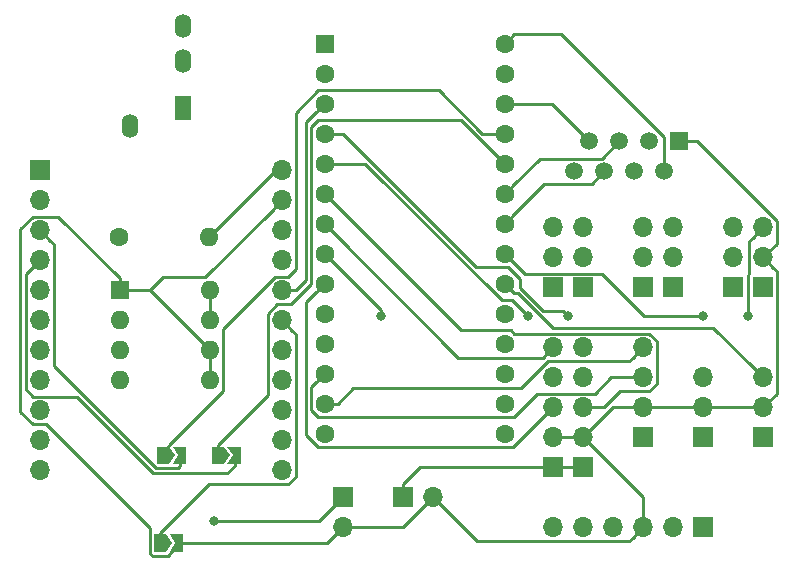
<source format=gbr>
G04 #@! TF.GenerationSoftware,KiCad,Pcbnew,(5.1.2)-2*
G04 #@! TF.CreationDate,2019-11-02T18:55:06-05:00*
G04 #@! TF.ProjectId,ControlBoardT4,436f6e74-726f-46c4-926f-61726454342e,rev?*
G04 #@! TF.SameCoordinates,Original*
G04 #@! TF.FileFunction,Copper,L1,Top*
G04 #@! TF.FilePolarity,Positive*
%FSLAX46Y46*%
G04 Gerber Fmt 4.6, Leading zero omitted, Abs format (unit mm)*
G04 Created by KiCad (PCBNEW (5.1.2)-2) date 2019-11-02 18:55:06*
%MOMM*%
%LPD*%
G04 APERTURE LIST*
%ADD10O,1.700000X1.700000*%
%ADD11R,1.700000X1.700000*%
%ADD12O,1.400000X2.000000*%
%ADD13R,1.400000X2.000000*%
%ADD14C,0.300000*%
%ADD15C,0.100000*%
%ADD16C,1.600000*%
%ADD17R,1.600000X1.600000*%
%ADD18R,1.500000X1.500000*%
%ADD19C,1.500000*%
%ADD20O,1.600000X1.600000*%
%ADD21C,0.800000*%
%ADD22C,0.250000*%
G04 APERTURE END LIST*
D10*
X131688500Y-111760000D03*
X111188500Y-111760000D03*
X131688500Y-109220000D03*
X111188500Y-109220000D03*
X131688500Y-106680000D03*
X111188500Y-106680000D03*
X131688500Y-104140000D03*
X111188500Y-104140000D03*
X131688500Y-101600000D03*
X111188500Y-101600000D03*
X131688500Y-99060000D03*
X111188500Y-99060000D03*
X131688500Y-96520000D03*
X111188500Y-96520000D03*
X131688500Y-93980000D03*
X111188500Y-93980000D03*
X131688500Y-91440000D03*
X111188500Y-91440000D03*
X131688500Y-88900000D03*
X111188500Y-88900000D03*
X131688500Y-86360000D03*
D11*
X111188500Y-86360000D03*
D12*
X118808500Y-82589500D03*
D13*
X123308500Y-81089500D03*
D12*
X123308500Y-77089500D03*
X123308500Y-74089500D03*
D10*
X172402500Y-103886000D03*
X172402500Y-106426000D03*
D11*
X172402500Y-108966000D03*
D14*
X121385500Y-117919500D03*
D15*
G36*
X122385500Y-117919500D02*
G01*
X121885500Y-118669500D01*
X120885500Y-118669500D01*
X120885500Y-117169500D01*
X121885500Y-117169500D01*
X122385500Y-117919500D01*
X122385500Y-117919500D01*
G37*
D14*
X122835500Y-117919500D03*
D15*
G36*
X123335500Y-118669500D02*
G01*
X122185500Y-118669500D01*
X122685500Y-117919500D01*
X122185500Y-117169500D01*
X123335500Y-117169500D01*
X123335500Y-118669500D01*
X123335500Y-118669500D01*
G37*
D14*
X126275000Y-110490000D03*
D15*
G36*
X127275000Y-110490000D02*
G01*
X126775000Y-111240000D01*
X125775000Y-111240000D01*
X125775000Y-109740000D01*
X126775000Y-109740000D01*
X127275000Y-110490000D01*
X127275000Y-110490000D01*
G37*
D14*
X127725000Y-110490000D03*
D15*
G36*
X128225000Y-111240000D02*
G01*
X127075000Y-111240000D01*
X127575000Y-110490000D01*
X127075000Y-109740000D01*
X128225000Y-109740000D01*
X128225000Y-111240000D01*
X128225000Y-111240000D01*
G37*
D14*
X121639500Y-110490000D03*
D15*
G36*
X122639500Y-110490000D02*
G01*
X122139500Y-111240000D01*
X121139500Y-111240000D01*
X121139500Y-109740000D01*
X122139500Y-109740000D01*
X122639500Y-110490000D01*
X122639500Y-110490000D01*
G37*
D14*
X123089500Y-110490000D03*
D15*
G36*
X123589500Y-111240000D02*
G01*
X122439500Y-111240000D01*
X122939500Y-110490000D01*
X122439500Y-109740000D01*
X123589500Y-109740000D01*
X123589500Y-111240000D01*
X123589500Y-111240000D01*
G37*
D16*
X135318500Y-108648500D03*
X135318500Y-106108500D03*
X135318500Y-103568500D03*
X135318500Y-101028500D03*
X135318500Y-98488500D03*
X135318500Y-95948500D03*
X135318500Y-93408500D03*
X135318500Y-90868500D03*
X135318500Y-88328500D03*
X135318500Y-85788500D03*
X135318500Y-83248500D03*
X135318500Y-80708500D03*
X135318500Y-78168500D03*
D17*
X135318500Y-75628500D03*
D16*
X150558500Y-108648500D03*
X150558500Y-106108500D03*
X150558500Y-103568500D03*
X150558500Y-101028500D03*
X150558500Y-98488500D03*
X150558500Y-95948500D03*
X150558500Y-93408500D03*
X150558500Y-90868500D03*
X150558500Y-88328500D03*
X150558500Y-85788500D03*
X150558500Y-83248500D03*
X150558500Y-80708500D03*
X150558500Y-78168500D03*
X150558500Y-75628500D03*
D11*
X167322500Y-116586000D03*
D10*
X164782500Y-116586000D03*
X162242500Y-116586000D03*
X159702500Y-116586000D03*
X157162500Y-116586000D03*
X154622500Y-116586000D03*
D11*
X141922500Y-114046000D03*
D10*
X144462500Y-114046000D03*
X162242500Y-91186000D03*
X164782500Y-91186000D03*
X162242500Y-93726000D03*
X164782500Y-93726000D03*
D11*
X164782500Y-96266000D03*
X162242500Y-96266000D03*
X157162500Y-96266000D03*
D10*
X157162500Y-93726000D03*
X154622500Y-93726000D03*
X157162500Y-91186000D03*
X154622500Y-91186000D03*
D11*
X154622500Y-96266000D03*
X157162500Y-111506000D03*
D10*
X157162500Y-108966000D03*
X154622500Y-108966000D03*
X157162500Y-106426000D03*
X154622500Y-106426000D03*
X157162500Y-103886000D03*
X154622500Y-103886000D03*
X157162500Y-101346000D03*
X154622500Y-101346000D03*
D11*
X154622500Y-111506000D03*
X172402500Y-96266000D03*
D10*
X172402500Y-93726000D03*
X169862500Y-93726000D03*
X172402500Y-91186000D03*
X169862500Y-91186000D03*
D11*
X169862500Y-96266000D03*
X162242500Y-108966000D03*
D10*
X162242500Y-106426000D03*
X162242500Y-103886000D03*
X162242500Y-101346000D03*
D11*
X167322500Y-108966000D03*
D10*
X167322500Y-106426000D03*
X167322500Y-103886000D03*
D18*
X165354000Y-83883500D03*
D19*
X164084000Y-86423500D03*
X162814000Y-83883500D03*
X161544000Y-86423500D03*
X160274000Y-83883500D03*
X159004000Y-86423500D03*
X157734000Y-83883500D03*
X156464000Y-86423500D03*
D11*
X136842500Y-114046000D03*
D10*
X136842500Y-116586000D03*
D17*
X117983000Y-96520000D03*
D20*
X125603000Y-104140000D03*
X117983000Y-99060000D03*
X125603000Y-101600000D03*
X117983000Y-101600000D03*
X125603000Y-99060000D03*
X117983000Y-104140000D03*
X125603000Y-96520000D03*
D16*
X117919500Y-92011500D03*
D20*
X125539500Y-92011500D03*
D21*
X167322500Y-98679000D03*
X171196000Y-98679000D03*
X152527000Y-98679000D03*
X140081000Y-98679000D03*
X155892500Y-98679000D03*
X125920500Y-116078000D03*
D22*
X134518501Y-104368499D02*
X135318500Y-103568500D01*
X134193499Y-104693501D02*
X134518501Y-104368499D01*
X134193499Y-106648501D02*
X134193499Y-104693501D01*
X134778499Y-107233501D02*
X134193499Y-106648501D01*
X153321001Y-105250999D02*
X151338499Y-107233501D01*
X158210501Y-105250999D02*
X153321001Y-105250999D01*
X159575500Y-103886000D02*
X158210501Y-105250999D01*
X151338499Y-107233501D02*
X134778499Y-107233501D01*
X162242500Y-103886000D02*
X159575500Y-103886000D01*
X161067499Y-102521001D02*
X161392501Y-102195999D01*
X154248497Y-102521001D02*
X161067499Y-102521001D01*
X151968509Y-104800989D02*
X154248497Y-102521001D01*
X137757381Y-104800989D02*
X151968509Y-104800989D01*
X136449870Y-106108500D02*
X137757381Y-104800989D01*
X161392501Y-102195999D02*
X162242500Y-101346000D01*
X135318500Y-106108500D02*
X136449870Y-106108500D01*
X166756815Y-98679000D02*
X167322500Y-98679000D01*
X162370498Y-98679000D02*
X166756815Y-98679000D01*
X158782497Y-95090999D02*
X162370498Y-98679000D01*
X152240999Y-95090999D02*
X158782497Y-95090999D01*
X150558500Y-93408500D02*
X152240999Y-95090999D01*
X171552501Y-103036001D02*
X172402500Y-103886000D01*
X168237489Y-99720989D02*
X171552501Y-103036001D01*
X154641991Y-99720989D02*
X168237489Y-99720989D01*
X151669501Y-96748499D02*
X154641991Y-99720989D01*
X151358499Y-96748499D02*
X151669501Y-96748499D01*
X150558500Y-95948500D02*
X151358499Y-96748499D01*
X151358499Y-87528501D02*
X150558500Y-88328500D01*
X153538501Y-85348499D02*
X151358499Y-87528501D01*
X158809001Y-85348499D02*
X153538501Y-85348499D01*
X160274000Y-83883500D02*
X158809001Y-85348499D01*
X151358499Y-90068501D02*
X150558500Y-90868500D01*
X153928499Y-87498501D02*
X151358499Y-90068501D01*
X157928999Y-87498501D02*
X153928499Y-87498501D01*
X159004000Y-86423500D02*
X157928999Y-87498501D01*
X171552501Y-92035999D02*
X172402500Y-91186000D01*
X171227499Y-92361001D02*
X171552501Y-92035999D01*
X171227499Y-95155999D02*
X171227499Y-92361001D01*
X171196000Y-95187498D02*
X171227499Y-95155999D01*
X171196000Y-98679000D02*
X171196000Y-95187498D01*
X146893499Y-99903499D02*
X136118499Y-89128499D01*
X151098501Y-99903499D02*
X146893499Y-99903499D01*
X136118499Y-89128499D02*
X135318500Y-88328500D01*
X151366001Y-100170999D02*
X151098501Y-99903499D01*
X162806501Y-100170999D02*
X151366001Y-100170999D01*
X163417501Y-100781999D02*
X162806501Y-100170999D01*
X162806501Y-105061001D02*
X163417501Y-104450001D01*
X160342508Y-105061001D02*
X162806501Y-105061001D01*
X163417501Y-104450001D02*
X163417501Y-100781999D01*
X158977509Y-106426000D02*
X160342508Y-105061001D01*
X157162500Y-106426000D02*
X158977509Y-106426000D01*
X134518501Y-96748499D02*
X135318500Y-95948500D01*
X133743489Y-97523511D02*
X134518501Y-96748499D01*
X133743489Y-108738491D02*
X133743489Y-97523511D01*
X134778499Y-109773501D02*
X133743489Y-108738491D01*
X151274999Y-109773501D02*
X134778499Y-109773501D01*
X154622500Y-106426000D02*
X151274999Y-109773501D01*
X152127001Y-98279001D02*
X152527000Y-98679000D01*
X151211499Y-97363499D02*
X152127001Y-98279001D01*
X150308497Y-97363499D02*
X151211499Y-97363499D01*
X138733498Y-85788500D02*
X150308497Y-97363499D01*
X135318500Y-85788500D02*
X138733498Y-85788500D01*
X135318500Y-93916500D02*
X135318500Y-93408500D01*
X140081000Y-98171000D02*
X140081000Y-98679000D01*
X135318500Y-93408500D02*
X140081000Y-98171000D01*
X136449870Y-83248500D02*
X135318500Y-83248500D01*
X150808503Y-94533501D02*
X148114909Y-94533501D01*
X136829908Y-83248500D02*
X136449870Y-83248500D01*
X151855901Y-95580899D02*
X150808503Y-94533501D01*
X151855901Y-96298489D02*
X151855901Y-95580899D01*
X153836413Y-98279001D02*
X151855901Y-96298489D01*
X155492501Y-98279001D02*
X153836413Y-98279001D01*
X148114909Y-94533501D02*
X136829908Y-83248500D01*
X155892500Y-98679000D02*
X155492501Y-98279001D01*
X136118499Y-91668499D02*
X135318500Y-90868500D01*
X146645999Y-102195999D02*
X136118499Y-91668499D01*
X153772501Y-102195999D02*
X146645999Y-102195999D01*
X154622500Y-101346000D02*
X153772501Y-102195999D01*
X164084000Y-85362840D02*
X164084000Y-86423500D01*
X164084000Y-83562498D02*
X164084000Y-85362840D01*
X155350003Y-74828501D02*
X164084000Y-83562498D01*
X151358499Y-74828501D02*
X155350003Y-74828501D01*
X150558500Y-75628500D02*
X151358499Y-74828501D01*
X153522500Y-111506000D02*
X154622500Y-111506000D01*
X143362500Y-111506000D02*
X153522500Y-111506000D01*
X141922500Y-112946000D02*
X143362500Y-111506000D01*
X141922500Y-114046000D02*
X141922500Y-112946000D01*
X155722500Y-111506000D02*
X157162500Y-111506000D01*
X154622500Y-111506000D02*
X155722500Y-111506000D01*
X125603000Y-97651370D02*
X125603000Y-99060000D01*
X125603000Y-96520000D02*
X125603000Y-97651370D01*
X131191000Y-86360000D02*
X131688500Y-86360000D01*
X125539500Y-92011500D02*
X131191000Y-86360000D01*
X141922500Y-116586000D02*
X144462500Y-114046000D01*
X136842500Y-116586000D02*
X141922500Y-116586000D01*
X161392501Y-117435999D02*
X162242500Y-116586000D01*
X161067499Y-117761001D02*
X161392501Y-117435999D01*
X148177501Y-117761001D02*
X161067499Y-117761001D01*
X144462500Y-114046000D02*
X148177501Y-117761001D01*
X162242500Y-114046000D02*
X157162500Y-108966000D01*
X162242500Y-116586000D02*
X162242500Y-114046000D01*
X154622500Y-108966000D02*
X157162500Y-108966000D01*
X159702500Y-106426000D02*
X162242500Y-106426000D01*
X157162500Y-108966000D02*
X159702500Y-106426000D01*
X163444581Y-106426000D02*
X172402500Y-106426000D01*
X162242500Y-106426000D02*
X163444581Y-106426000D01*
X173252499Y-94575999D02*
X172402500Y-93726000D01*
X173577501Y-94901001D02*
X173252499Y-94575999D01*
X173577501Y-105250999D02*
X173577501Y-94901001D01*
X172402500Y-106426000D02*
X173577501Y-105250999D01*
X166354000Y-83883500D02*
X165354000Y-83883500D01*
X166839002Y-83883500D02*
X166354000Y-83883500D01*
X173577501Y-90621999D02*
X166839002Y-83883500D01*
X173577501Y-92550999D02*
X173577501Y-90621999D01*
X172402500Y-93726000D02*
X173577501Y-92550999D01*
X135509000Y-117919500D02*
X136842500Y-116586000D01*
X122835500Y-117919500D02*
X135509000Y-117919500D01*
X117983000Y-95470000D02*
X117983000Y-96520000D01*
X112777999Y-90264999D02*
X117983000Y-95470000D01*
X109563489Y-91326009D02*
X110624499Y-90264999D01*
X110624499Y-90264999D02*
X112777999Y-90264999D01*
X110624499Y-107855001D02*
X109563489Y-106793991D01*
X109563489Y-106793991D02*
X109563489Y-91326009D01*
X111752501Y-107855001D02*
X110624499Y-107855001D01*
X120560490Y-116662990D02*
X111752501Y-107855001D01*
X120560490Y-118804126D02*
X120560490Y-116662990D01*
X122020126Y-118994510D02*
X120750874Y-118994510D01*
X122835500Y-118179136D02*
X122020126Y-118994510D01*
X120750874Y-118994510D02*
X120560490Y-118804126D01*
X122835500Y-117919500D02*
X122835500Y-118179136D01*
X120523000Y-96520000D02*
X125603000Y-101600000D01*
X117983000Y-96520000D02*
X120523000Y-96520000D01*
X125603000Y-102731370D02*
X125603000Y-104140000D01*
X125603000Y-101600000D02*
X125603000Y-102731370D01*
X130838501Y-89749999D02*
X131688500Y-88900000D01*
X125193501Y-95394999D02*
X130838501Y-89749999D01*
X121648001Y-95394999D02*
X125193501Y-95394999D01*
X120523000Y-96520000D02*
X121648001Y-95394999D01*
X154559000Y-80708500D02*
X157734000Y-83883500D01*
X150558500Y-80708500D02*
X154559000Y-80708500D01*
X122114490Y-109724010D02*
X121639500Y-110199000D01*
X122114490Y-109605374D02*
X122114490Y-109724010D01*
X126728001Y-104991863D02*
X122114490Y-109605374D01*
X126728001Y-99741497D02*
X126728001Y-104991863D01*
X131124499Y-95344999D02*
X126728001Y-99741497D01*
X132252501Y-95344999D02*
X131124499Y-95344999D01*
X148654910Y-83248500D02*
X144989909Y-79583499D01*
X144989909Y-79583499D02*
X134778499Y-79583499D01*
X121639500Y-110199000D02*
X121639500Y-110490000D01*
X150558500Y-83248500D02*
X148654910Y-83248500D01*
X134778499Y-79583499D02*
X132863501Y-81498497D01*
X132863501Y-81498497D02*
X132863501Y-94733999D01*
X132863501Y-94733999D02*
X132252501Y-95344999D01*
X134729001Y-82123499D02*
X146893499Y-82123499D01*
X149758501Y-84988501D02*
X150558500Y-85788500D01*
X134193499Y-82659001D02*
X134729001Y-82123499D01*
X134193499Y-95994001D02*
X134193499Y-82659001D01*
X132492499Y-97695001D02*
X134193499Y-95994001D01*
X146893499Y-82123499D02*
X149758501Y-84988501D01*
X131314497Y-97695001D02*
X132492499Y-97695001D01*
X130513499Y-98495999D02*
X131314497Y-97695001D01*
X130513499Y-105401501D02*
X130513499Y-98495999D01*
X126275000Y-109640000D02*
X130513499Y-105401501D01*
X126275000Y-110490000D02*
X126275000Y-109640000D01*
X134518501Y-81508499D02*
X135318500Y-80708500D01*
X133743489Y-82283511D02*
X134518501Y-81508499D01*
X133743489Y-95667092D02*
X133743489Y-82283511D01*
X132890581Y-96520000D02*
X133743489Y-95667092D01*
X131688500Y-96520000D02*
X132890581Y-96520000D01*
X132538499Y-99909999D02*
X131688500Y-99060000D01*
X132863501Y-112324001D02*
X132863501Y-100235001D01*
X132863501Y-100235001D02*
X132538499Y-99909999D01*
X132252501Y-112935001D02*
X132863501Y-112324001D01*
X125519999Y-112935001D02*
X132252501Y-112935001D01*
X121385500Y-117069500D02*
X125519999Y-112935001D01*
X121385500Y-117919500D02*
X121385500Y-117069500D01*
X112038499Y-92289999D02*
X111188500Y-91440000D01*
X112363501Y-92615001D02*
X112038499Y-92289999D01*
X112363501Y-102923637D02*
X112363501Y-92615001D01*
X121004874Y-111565010D02*
X112363501Y-102923637D01*
X122864490Y-111565010D02*
X121004874Y-111565010D01*
X123089500Y-111340000D02*
X122864490Y-111565010D01*
X123089500Y-110490000D02*
X123089500Y-111340000D01*
X127725000Y-111340000D02*
X127725000Y-110490000D01*
X127049980Y-112015020D02*
X127725000Y-111340000D01*
X120818474Y-112015020D02*
X127049980Y-112015020D01*
X114308453Y-105504999D02*
X120818474Y-112015020D01*
X110624499Y-105504999D02*
X114308453Y-105504999D01*
X110013499Y-104893999D02*
X110624499Y-105504999D01*
X110013499Y-95155001D02*
X110013499Y-104893999D01*
X111188500Y-93980000D02*
X110013499Y-95155001D01*
X134810500Y-116078000D02*
X136842500Y-114046000D01*
X125920500Y-116078000D02*
X134810500Y-116078000D01*
M02*

</source>
